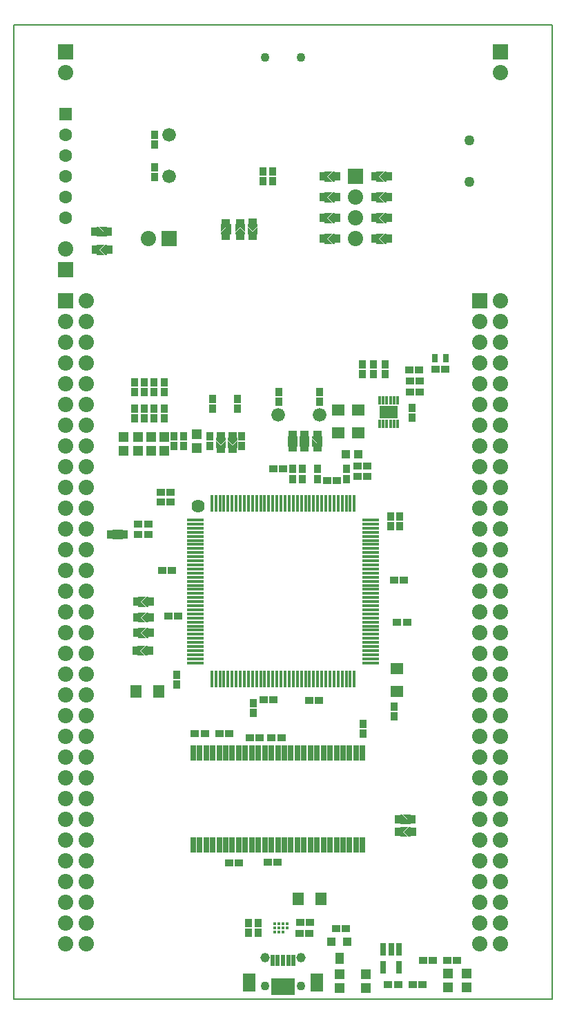
<source format=gbs>
G04 Layer_Color=16711935*
%FSLAX43Y43*%
%MOMM*%
G71*
G01*
G75*
%ADD41C,0.127*%
%ADD81R,0.862X1.040*%
%ADD85R,1.040X0.862*%
%ADD86R,1.300X1.200*%
%ADD90R,1.116X0.913*%
%ADD94R,1.624X1.370*%
%ADD102R,1.878X1.878*%
%ADD103C,1.878*%
%ADD104C,1.100*%
%ADD105C,1.675*%
%ADD106C,1.600*%
%ADD107R,1.600X1.600*%
%ADD108C,1.268*%
%ADD109R,1.878X1.878*%
%ADD110C,1.150*%
%ADD111C,1.100*%
%ADD112R,1.500X2.300*%
%ADD113R,0.350X1.050*%
%ADD114R,2.300X1.500*%
%ADD115R,0.740X0.990*%
%ADD116R,0.650X1.550*%
%ADD117C,0.420*%
%ADD118R,1.014X1.370*%
%ADD119R,1.014X1.014*%
%ADD120R,0.913X1.116*%
%ADD121R,0.430X2.100*%
%ADD122R,2.100X0.430*%
%ADD123C,1.624*%
%ADD124R,0.989X1.116*%
%ADD125R,1.370X1.624*%
%ADD126R,0.700X1.950*%
%ADD127R,2.900X2.100*%
%ADD128R,0.500X1.450*%
G36*
X26010Y68481D02*
X25400Y67871D01*
X24790Y68481D01*
Y68735D01*
X26010D01*
Y68481D01*
D02*
G37*
G36*
X27410D02*
X26800Y67871D01*
X26190Y68481D01*
Y68735D01*
X27410D01*
Y68481D01*
D02*
G37*
G36*
X34810Y67665D02*
X33590D01*
Y68630D01*
X34200Y68021D01*
X34810Y68630D01*
Y67665D01*
D02*
G37*
G36*
X13315Y56905D02*
Y56295D01*
X12350D01*
X12959Y56905D01*
X12350Y57515D01*
X13315D01*
Y56905D01*
D02*
G37*
G36*
X26010Y67465D02*
X24790D01*
Y68430D01*
X25400Y67821D01*
X26010Y68430D01*
Y67465D01*
D02*
G37*
G36*
X27410D02*
X26190D01*
Y68430D01*
X26800Y67821D01*
X27410Y68430D01*
Y67465D01*
D02*
G37*
G36*
X36210Y68681D02*
X35600Y68071D01*
X34990Y68681D01*
Y68935D01*
X36210D01*
Y68681D01*
D02*
G37*
G36*
X37810D02*
X37200Y68071D01*
X36590Y68681D01*
Y68935D01*
X37810D01*
Y68681D01*
D02*
G37*
G36*
X10471Y91750D02*
X11080Y91140D01*
X10115D01*
Y91750D01*
Y92360D01*
X11080D01*
X10471Y91750D01*
D02*
G37*
G36*
X36210Y67665D02*
X34990D01*
Y68630D01*
X35600Y68021D01*
X36210Y68630D01*
Y67665D01*
D02*
G37*
G36*
X37810D02*
X36590D01*
Y68630D01*
X37200Y68021D01*
X37810Y68630D01*
Y67665D01*
D02*
G37*
G36*
X34810Y68681D02*
X34200Y68071D01*
X33590Y68681D01*
Y68935D01*
X34810D01*
Y68681D01*
D02*
G37*
G36*
X12909Y56905D02*
X12299Y56295D01*
X12045D01*
Y57515D01*
X12299D01*
X12909Y56905D01*
D02*
G37*
G36*
X48635Y22000D02*
Y21390D01*
X47670D01*
X48279Y22000D01*
X47670Y22610D01*
X48635D01*
Y22000D01*
D02*
G37*
G36*
X15471Y42670D02*
X16080Y42060D01*
X15115D01*
Y42670D01*
Y43280D01*
X16080D01*
X15471Y42670D01*
D02*
G37*
G36*
X16385Y42060D02*
X16131D01*
X15521Y42670D01*
X16131Y43280D01*
X16385D01*
Y42060D01*
D02*
G37*
G36*
X47721Y20500D02*
X48330Y19890D01*
X47365D01*
Y20500D01*
Y21110D01*
X48330D01*
X47721Y20500D01*
D02*
G37*
G36*
X48635Y19890D02*
X48381D01*
X47771Y20500D01*
X48381Y21110D01*
X48635D01*
Y19890D01*
D02*
G37*
G36*
X48229Y22000D02*
X47619Y21390D01*
X47365D01*
Y22610D01*
X47619D01*
X48229Y22000D01*
D02*
G37*
G36*
X16490Y46135D02*
X16236D01*
X15626Y46745D01*
X16236Y47355D01*
X16490D01*
Y46135D01*
D02*
G37*
G36*
X15576Y48650D02*
X16185Y48040D01*
X15220D01*
Y48650D01*
Y49260D01*
X16185D01*
X15576Y48650D01*
D02*
G37*
G36*
X16490Y48040D02*
X16236D01*
X15626Y48650D01*
X16236Y49260D01*
X16490D01*
Y48040D01*
D02*
G37*
G36*
X15576Y44840D02*
X16185Y44230D01*
X15220D01*
Y44840D01*
Y45450D01*
X16185D01*
X15576Y44840D01*
D02*
G37*
G36*
X16490Y44230D02*
X16236D01*
X15626Y44840D01*
X16236Y45450D01*
X16490D01*
Y44230D01*
D02*
G37*
G36*
X15576Y46745D02*
X16185Y46135D01*
X15220D01*
Y46745D01*
Y47355D01*
X16185D01*
X15576Y46745D01*
D02*
G37*
G36*
X45700Y95030D02*
X45446D01*
X44836Y95640D01*
X45446Y96250D01*
X45700D01*
Y95030D01*
D02*
G37*
G36*
X38436Y98180D02*
X39045Y97570D01*
X38080D01*
Y98180D01*
Y98790D01*
X39045D01*
X38436Y98180D01*
D02*
G37*
G36*
X39350Y97570D02*
X39096D01*
X38486Y98180D01*
X39096Y98790D01*
X39350D01*
Y97570D01*
D02*
G37*
G36*
X38436Y95640D02*
X39045Y95030D01*
X38080D01*
Y95640D01*
Y96250D01*
X39045D01*
X38436Y95640D01*
D02*
G37*
G36*
X39350Y95030D02*
X39096D01*
X38486Y95640D01*
X39096Y96250D01*
X39350D01*
Y95030D01*
D02*
G37*
G36*
X44786Y95640D02*
X45395Y95030D01*
X44430D01*
Y95640D01*
Y96250D01*
X45395D01*
X44786Y95640D01*
D02*
G37*
G36*
X39350Y100110D02*
X39096D01*
X38486Y100720D01*
X39096Y101330D01*
X39350D01*
Y100110D01*
D02*
G37*
G36*
X44786Y100720D02*
X45395Y100110D01*
X44430D01*
Y100720D01*
Y101330D01*
X45395D01*
X44786Y100720D01*
D02*
G37*
G36*
X45700Y100110D02*
X45446D01*
X44836Y100720D01*
X45446Y101330D01*
X45700D01*
Y100110D01*
D02*
G37*
G36*
X44786Y98180D02*
X45395Y97570D01*
X44430D01*
Y98180D01*
Y98790D01*
X45395D01*
X44786Y98180D01*
D02*
G37*
G36*
X45700Y97570D02*
X45446D01*
X44836Y98180D01*
X45446Y98790D01*
X45700D01*
Y97570D01*
D02*
G37*
G36*
X38436Y100720D02*
X39045Y100110D01*
X38080D01*
Y100720D01*
Y101330D01*
X39045D01*
X38436Y100720D01*
D02*
G37*
G36*
X29860Y94631D02*
X29250Y94021D01*
X28640Y94631D01*
Y94885D01*
X29860D01*
Y94631D01*
D02*
G37*
G36*
X44786Y93100D02*
X45395Y92490D01*
X44430D01*
Y93100D01*
Y93710D01*
X45395D01*
X44786Y93100D01*
D02*
G37*
G36*
X45700Y92490D02*
X45446D01*
X44836Y93100D01*
X45446Y93710D01*
X45700D01*
Y92490D01*
D02*
G37*
G36*
X10979Y94000D02*
X10369Y93390D01*
X10115D01*
Y94610D01*
X10369D01*
X10979Y94000D01*
D02*
G37*
G36*
X11385Y91140D02*
X11131D01*
X10521Y91750D01*
X11131Y92360D01*
X11385D01*
Y91140D01*
D02*
G37*
G36*
X38436Y93100D02*
X39045Y92490D01*
X38080D01*
Y93100D01*
Y93710D01*
X39045D01*
X38436Y93100D01*
D02*
G37*
G36*
X39350Y92490D02*
X39096D01*
X38486Y93100D01*
X39096Y93710D01*
X39350D01*
Y92490D01*
D02*
G37*
G36*
X26610Y93920D02*
X26000Y94529D01*
X25390Y93920D01*
Y94885D01*
X26610D01*
Y93920D01*
D02*
G37*
G36*
X28360D02*
X27750Y94529D01*
X27140Y93920D01*
Y94885D01*
X28360D01*
Y93920D01*
D02*
G37*
G36*
X29860Y93615D02*
X28640D01*
Y94580D01*
X29250Y93971D01*
X29860Y94580D01*
Y93615D01*
D02*
G37*
G36*
X11385Y94000D02*
Y93390D01*
X10420D01*
X11029Y94000D01*
X10420Y94610D01*
X11385D01*
Y94000D01*
D02*
G37*
G36*
X26610Y93869D02*
Y93615D01*
X25390D01*
Y93869D01*
X26000Y94479D01*
X26610Y93869D01*
D02*
G37*
G36*
X28360D02*
Y93615D01*
X27140D01*
Y93869D01*
X27750Y94479D01*
X28360Y93869D01*
D02*
G37*
D41*
X0Y0D02*
Y119300D01*
X66000D01*
Y0D02*
Y119300D01*
X0Y0D02*
X66000D01*
D81*
X37200Y64900D02*
D03*
Y63700D02*
D03*
X35400Y64900D02*
D03*
Y63700D02*
D03*
X29349Y35033D02*
D03*
Y36232D02*
D03*
X16000Y72300D02*
D03*
Y71100D02*
D03*
X17200Y72300D02*
D03*
Y71100D02*
D03*
X42760Y77700D02*
D03*
Y76500D02*
D03*
X27400Y72300D02*
D03*
Y73500D02*
D03*
X30500Y101350D02*
D03*
Y100150D02*
D03*
X14800Y72300D02*
D03*
Y71100D02*
D03*
X42842Y33693D02*
D03*
Y32493D02*
D03*
X17200Y75500D02*
D03*
Y74300D02*
D03*
X17250Y105850D02*
D03*
Y104650D02*
D03*
X44110Y77700D02*
D03*
Y76500D02*
D03*
X17250Y100650D02*
D03*
Y101850D02*
D03*
X46600Y34600D02*
D03*
Y35800D02*
D03*
X46176Y59092D02*
D03*
Y57893D02*
D03*
X19983Y38525D02*
D03*
Y39725D02*
D03*
X18400Y72300D02*
D03*
Y71100D02*
D03*
X14800Y75500D02*
D03*
Y74300D02*
D03*
X31730Y100120D02*
D03*
Y101320D02*
D03*
X37500Y73150D02*
D03*
Y74350D02*
D03*
X28750Y8150D02*
D03*
Y9350D02*
D03*
X24400Y72300D02*
D03*
Y73500D02*
D03*
X34200Y64900D02*
D03*
Y63700D02*
D03*
X18400Y75500D02*
D03*
Y74300D02*
D03*
X48797Y71200D02*
D03*
Y72400D02*
D03*
X19600Y68900D02*
D03*
Y67700D02*
D03*
X29960Y8150D02*
D03*
Y9350D02*
D03*
X27920Y68935D02*
D03*
Y67735D02*
D03*
X16000Y75500D02*
D03*
Y74300D02*
D03*
X32500Y73150D02*
D03*
Y74350D02*
D03*
X47287Y57893D02*
D03*
Y59092D02*
D03*
X20800Y68900D02*
D03*
Y67700D02*
D03*
X24000Y68900D02*
D03*
Y67700D02*
D03*
X45500Y77700D02*
D03*
Y76500D02*
D03*
X40800Y63700D02*
D03*
Y64900D02*
D03*
D85*
X31800Y64900D02*
D03*
X33000D02*
D03*
X32797Y32000D02*
D03*
X31597D02*
D03*
X35075Y9385D02*
D03*
X36275D02*
D03*
X47800Y51300D02*
D03*
X46600D02*
D03*
X30100Y32000D02*
D03*
X28900D02*
D03*
X37410Y36585D02*
D03*
X36210D02*
D03*
X32330Y16741D02*
D03*
X31130D02*
D03*
X18906Y46904D02*
D03*
X20106D02*
D03*
X50150Y4750D02*
D03*
X51350D02*
D03*
X40693Y8633D02*
D03*
X39493D02*
D03*
X18200Y52500D02*
D03*
X19400D02*
D03*
X42150Y65250D02*
D03*
X43350D02*
D03*
X48205Y46110D02*
D03*
X47005D02*
D03*
X27600Y16700D02*
D03*
X26400D02*
D03*
X16455Y58175D02*
D03*
X15255D02*
D03*
X42150Y64000D02*
D03*
X43350D02*
D03*
X45900Y1750D02*
D03*
X47100D02*
D03*
X51700Y77100D02*
D03*
X52900D02*
D03*
X35009Y8050D02*
D03*
X36209D02*
D03*
X48600Y75700D02*
D03*
X49800D02*
D03*
X22200Y32500D02*
D03*
X23400D02*
D03*
X54350Y4750D02*
D03*
X53150D02*
D03*
X26400Y32500D02*
D03*
X25200D02*
D03*
X39600Y63500D02*
D03*
X38400D02*
D03*
X18000Y60900D02*
D03*
X19200D02*
D03*
X16455Y56905D02*
D03*
X15255D02*
D03*
X48600Y74300D02*
D03*
X49800D02*
D03*
X31800Y36700D02*
D03*
X30600D02*
D03*
X18000Y62100D02*
D03*
X19200D02*
D03*
X48485Y77060D02*
D03*
X49685D02*
D03*
X48900Y1750D02*
D03*
X50100D02*
D03*
D86*
X22400Y69150D02*
D03*
Y67450D02*
D03*
X55500Y3100D02*
D03*
Y1400D02*
D03*
X13474Y67167D02*
D03*
Y68868D02*
D03*
X39900Y1350D02*
D03*
Y3050D02*
D03*
X16808Y67167D02*
D03*
Y68868D02*
D03*
X53250Y1400D02*
D03*
Y3100D02*
D03*
X15220Y67167D02*
D03*
Y68868D02*
D03*
X18395Y67167D02*
D03*
Y68868D02*
D03*
X43175Y3040D02*
D03*
Y1340D02*
D03*
D90*
X26000Y93361D02*
D03*
Y95076D02*
D03*
X37200Y67475D02*
D03*
Y69189D02*
D03*
X35600Y67475D02*
D03*
Y69189D02*
D03*
X34200Y67475D02*
D03*
Y69189D02*
D03*
X29250Y93424D02*
D03*
Y95139D02*
D03*
X27750Y93361D02*
D03*
Y95076D02*
D03*
X26800Y68989D02*
D03*
Y67274D02*
D03*
X25400D02*
D03*
Y68989D02*
D03*
D94*
X39750Y72147D02*
D03*
Y69353D02*
D03*
X47000Y37703D02*
D03*
Y40497D02*
D03*
X42250Y72147D02*
D03*
Y69353D02*
D03*
D102*
X41890Y100720D02*
D03*
X6330Y115960D02*
D03*
Y85480D02*
D03*
X57130D02*
D03*
X6330Y89290D02*
D03*
X59670Y115960D02*
D03*
D103*
X41890Y98180D02*
D03*
Y95640D02*
D03*
Y93100D02*
D03*
X6330Y113420D02*
D03*
X8870Y85480D02*
D03*
X6330Y82940D02*
D03*
X8870D02*
D03*
X6330Y80400D02*
D03*
X8870D02*
D03*
X6330Y77860D02*
D03*
X8870D02*
D03*
X6330Y75320D02*
D03*
X8870D02*
D03*
X6330Y72780D02*
D03*
X8870D02*
D03*
X6330Y70240D02*
D03*
X8870D02*
D03*
X6330Y67700D02*
D03*
X8870D02*
D03*
X6330Y65160D02*
D03*
X8870D02*
D03*
X6330Y62620D02*
D03*
X8870D02*
D03*
X6330Y60080D02*
D03*
X8870D02*
D03*
X6330Y57540D02*
D03*
X8870D02*
D03*
X6330Y55000D02*
D03*
X8870D02*
D03*
X6330Y52460D02*
D03*
X8870D02*
D03*
X6330Y49920D02*
D03*
X8870D02*
D03*
X6330Y47380D02*
D03*
X8870D02*
D03*
X6330Y44840D02*
D03*
X8870D02*
D03*
X6330Y42300D02*
D03*
X8870D02*
D03*
X6330Y39760D02*
D03*
X8870D02*
D03*
X6330Y37220D02*
D03*
X8870D02*
D03*
X6330Y34680D02*
D03*
X8870D02*
D03*
X6330Y32140D02*
D03*
X8870D02*
D03*
X6330Y29600D02*
D03*
X8870D02*
D03*
X6330Y27060D02*
D03*
X8870D02*
D03*
X6330Y24520D02*
D03*
X8870D02*
D03*
X6330Y21980D02*
D03*
X8870D02*
D03*
X6330Y19440D02*
D03*
X8870D02*
D03*
X6330Y16900D02*
D03*
X8870D02*
D03*
X6330Y14360D02*
D03*
X8870D02*
D03*
X6330Y11820D02*
D03*
X8870D02*
D03*
X6330Y9280D02*
D03*
X8870D02*
D03*
X6330Y6740D02*
D03*
X8870D02*
D03*
X59670Y85480D02*
D03*
X57130Y82940D02*
D03*
X59670D02*
D03*
X57130Y80400D02*
D03*
X59670D02*
D03*
X57130Y77860D02*
D03*
X59670D02*
D03*
X57130Y75320D02*
D03*
X59670D02*
D03*
X57130Y72780D02*
D03*
X59670D02*
D03*
X57130Y70240D02*
D03*
X59670D02*
D03*
X57130Y67700D02*
D03*
X59670D02*
D03*
X57130Y65160D02*
D03*
X59670D02*
D03*
X57130Y62620D02*
D03*
X59670D02*
D03*
X57130Y60080D02*
D03*
X59670D02*
D03*
X57130Y57540D02*
D03*
X59670D02*
D03*
X57130Y55000D02*
D03*
X59670D02*
D03*
X57130Y52460D02*
D03*
X59670D02*
D03*
X57130Y49920D02*
D03*
X59670D02*
D03*
X57130Y47380D02*
D03*
X59670D02*
D03*
X57130Y44840D02*
D03*
X59670D02*
D03*
X57130Y42300D02*
D03*
X59670D02*
D03*
X57130Y39760D02*
D03*
X59670D02*
D03*
X57130Y37220D02*
D03*
X59670D02*
D03*
X57130Y34680D02*
D03*
X59670D02*
D03*
X57130Y32140D02*
D03*
X59670D02*
D03*
X57130Y29600D02*
D03*
X59670D02*
D03*
X57130Y27060D02*
D03*
X59670D02*
D03*
X57130Y24520D02*
D03*
X59670D02*
D03*
X57130Y21980D02*
D03*
X59670D02*
D03*
X57130Y19440D02*
D03*
X59670D02*
D03*
X57130Y16900D02*
D03*
X59670D02*
D03*
X57130Y14360D02*
D03*
X59670D02*
D03*
X57130Y11820D02*
D03*
X59670D02*
D03*
X57130Y9280D02*
D03*
X59670D02*
D03*
X57130Y6740D02*
D03*
X59670D02*
D03*
X6330Y91830D02*
D03*
X16490Y93100D02*
D03*
X59670Y113420D02*
D03*
D104*
X30800Y115325D02*
D03*
X35194D02*
D03*
X35225Y1575D02*
D03*
D105*
X19035Y100711D02*
D03*
Y105791D02*
D03*
X37509Y71505D02*
D03*
X32429D02*
D03*
D106*
X6330Y95640D02*
D03*
Y98180D02*
D03*
Y100720D02*
D03*
Y103260D02*
D03*
Y105800D02*
D03*
D107*
Y108340D02*
D03*
D108*
X55860Y105165D02*
D03*
Y100085D02*
D03*
D109*
X19030Y93100D02*
D03*
D110*
X30775Y5075D02*
D03*
X35225D02*
D03*
D111*
X30775Y1575D02*
D03*
D112*
X28825Y2050D02*
D03*
X37175D02*
D03*
D113*
X47075Y70475D02*
D03*
X46625D02*
D03*
X46175D02*
D03*
X45725D02*
D03*
X45275D02*
D03*
X44825D02*
D03*
Y73325D02*
D03*
X45275D02*
D03*
X45725D02*
D03*
X46175D02*
D03*
X46625D02*
D03*
X47075D02*
D03*
D114*
X45950Y71900D02*
D03*
D115*
X53004Y78500D02*
D03*
X51604D02*
D03*
D116*
X45300Y6075D02*
D03*
X46250D02*
D03*
X47200D02*
D03*
Y3925D02*
D03*
X45300D02*
D03*
D117*
X33500Y8750D02*
D03*
Y9250D02*
D03*
X33000Y8250D02*
D03*
Y8750D02*
D03*
Y9250D02*
D03*
X32500Y8250D02*
D03*
Y8750D02*
D03*
Y9250D02*
D03*
X32000Y8250D02*
D03*
Y8750D02*
D03*
Y9250D02*
D03*
D118*
X39913Y4984D02*
D03*
D119*
X40853Y7016D02*
D03*
X38947D02*
D03*
D120*
X44239Y100720D02*
D03*
X45954D02*
D03*
X47174Y20500D02*
D03*
X48889D02*
D03*
X11791Y56905D02*
D03*
X13505D02*
D03*
X16744Y48650D02*
D03*
X15030D02*
D03*
X44239Y98180D02*
D03*
X45954D02*
D03*
X11639Y91750D02*
D03*
X9925D02*
D03*
X16639Y42670D02*
D03*
X14925D02*
D03*
X44239Y95640D02*
D03*
X45954D02*
D03*
X16744Y44840D02*
D03*
X15030D02*
D03*
X39604Y98180D02*
D03*
X37889D02*
D03*
X11575Y94000D02*
D03*
X9861D02*
D03*
X37889Y100720D02*
D03*
X39604D02*
D03*
X45954Y93100D02*
D03*
X44239D02*
D03*
X15030Y46745D02*
D03*
X16744D02*
D03*
X37889Y93100D02*
D03*
X39604D02*
D03*
X47111Y22000D02*
D03*
X48826D02*
D03*
X37889Y95640D02*
D03*
X39604D02*
D03*
D121*
X24250Y60670D02*
D03*
X24750D02*
D03*
X25250D02*
D03*
X25750D02*
D03*
X26250D02*
D03*
X26750D02*
D03*
X27250D02*
D03*
X27750D02*
D03*
X28250D02*
D03*
X28750D02*
D03*
X29250D02*
D03*
X29750D02*
D03*
X30250D02*
D03*
X30750D02*
D03*
X31250D02*
D03*
X31750D02*
D03*
X32250D02*
D03*
X32750D02*
D03*
X33250D02*
D03*
X33750D02*
D03*
X34250D02*
D03*
X34750D02*
D03*
X35250D02*
D03*
X35750D02*
D03*
X36250D02*
D03*
X36750D02*
D03*
X37250D02*
D03*
X37750D02*
D03*
X38250D02*
D03*
X38750D02*
D03*
X39250D02*
D03*
X39750D02*
D03*
X40250D02*
D03*
X40750D02*
D03*
X41250D02*
D03*
X41750D02*
D03*
Y39170D02*
D03*
X41250D02*
D03*
X40750D02*
D03*
X40250D02*
D03*
X39750D02*
D03*
X39250D02*
D03*
X38750D02*
D03*
X38250D02*
D03*
X37750D02*
D03*
X37250D02*
D03*
X36750D02*
D03*
X36250D02*
D03*
X35750D02*
D03*
X35250D02*
D03*
X34750D02*
D03*
X34250D02*
D03*
X33750D02*
D03*
X33250D02*
D03*
X32750D02*
D03*
X32250D02*
D03*
X31750D02*
D03*
X31250D02*
D03*
X30750D02*
D03*
X30250D02*
D03*
X29750D02*
D03*
X29250D02*
D03*
X28750D02*
D03*
X28250D02*
D03*
X27750D02*
D03*
X27250D02*
D03*
X26750D02*
D03*
X26250D02*
D03*
X25750D02*
D03*
X25250D02*
D03*
X24750D02*
D03*
X24250D02*
D03*
D122*
X43750Y58670D02*
D03*
Y58170D02*
D03*
Y57670D02*
D03*
Y57170D02*
D03*
Y56670D02*
D03*
Y56170D02*
D03*
Y55670D02*
D03*
Y55170D02*
D03*
Y54670D02*
D03*
Y54170D02*
D03*
Y53670D02*
D03*
Y53170D02*
D03*
Y52670D02*
D03*
Y52170D02*
D03*
Y51670D02*
D03*
Y51170D02*
D03*
Y50670D02*
D03*
Y50170D02*
D03*
Y49670D02*
D03*
Y49170D02*
D03*
Y48670D02*
D03*
Y48170D02*
D03*
Y47670D02*
D03*
Y47170D02*
D03*
Y46670D02*
D03*
Y46170D02*
D03*
Y45670D02*
D03*
Y45170D02*
D03*
Y44670D02*
D03*
Y44170D02*
D03*
Y43670D02*
D03*
Y43170D02*
D03*
Y42670D02*
D03*
Y42170D02*
D03*
Y41670D02*
D03*
Y41170D02*
D03*
X22250D02*
D03*
Y41670D02*
D03*
Y42170D02*
D03*
Y42670D02*
D03*
Y43170D02*
D03*
Y43670D02*
D03*
Y44170D02*
D03*
Y44670D02*
D03*
Y45170D02*
D03*
Y45670D02*
D03*
Y46170D02*
D03*
Y46670D02*
D03*
Y47170D02*
D03*
Y47670D02*
D03*
Y48170D02*
D03*
Y48670D02*
D03*
Y49170D02*
D03*
Y49670D02*
D03*
Y50170D02*
D03*
Y50670D02*
D03*
Y51170D02*
D03*
Y51670D02*
D03*
Y52170D02*
D03*
Y52670D02*
D03*
Y53170D02*
D03*
Y53670D02*
D03*
Y54170D02*
D03*
Y54670D02*
D03*
Y55170D02*
D03*
Y55670D02*
D03*
Y56170D02*
D03*
Y56670D02*
D03*
Y57170D02*
D03*
Y57670D02*
D03*
Y58170D02*
D03*
Y58670D02*
D03*
D123*
X22568Y60352D02*
D03*
D124*
X40738Y66750D02*
D03*
X42262D02*
D03*
D125*
X37647Y12250D02*
D03*
X34853D02*
D03*
X15003Y37700D02*
D03*
X17797D02*
D03*
D126*
X21965Y30170D02*
D03*
X22765D02*
D03*
X23565D02*
D03*
X24365D02*
D03*
X25165D02*
D03*
X25965D02*
D03*
X26765D02*
D03*
X27565D02*
D03*
X28365D02*
D03*
X29165D02*
D03*
X29965D02*
D03*
X30765D02*
D03*
X31565D02*
D03*
X32365D02*
D03*
X33165D02*
D03*
X33965D02*
D03*
X34765D02*
D03*
X35565D02*
D03*
X36365D02*
D03*
X37165D02*
D03*
X37965D02*
D03*
X38765D02*
D03*
X39565D02*
D03*
X40365D02*
D03*
X41165D02*
D03*
X41965D02*
D03*
X42765D02*
D03*
Y18870D02*
D03*
X41965D02*
D03*
X41165D02*
D03*
X40365D02*
D03*
X39565D02*
D03*
X38765D02*
D03*
X37965D02*
D03*
X37165D02*
D03*
X36365D02*
D03*
X35565D02*
D03*
X34765D02*
D03*
X33965D02*
D03*
X33165D02*
D03*
X32365D02*
D03*
X31565D02*
D03*
X30765D02*
D03*
X29965D02*
D03*
X29165D02*
D03*
X28365D02*
D03*
X27565D02*
D03*
X26765D02*
D03*
X25965D02*
D03*
X25165D02*
D03*
X24365D02*
D03*
X23565D02*
D03*
X22765D02*
D03*
X21965D02*
D03*
D127*
X33000Y1550D02*
D03*
D128*
X34300Y4750D02*
D03*
X33650D02*
D03*
X33000D02*
D03*
X32350D02*
D03*
X31700D02*
D03*
M02*

</source>
